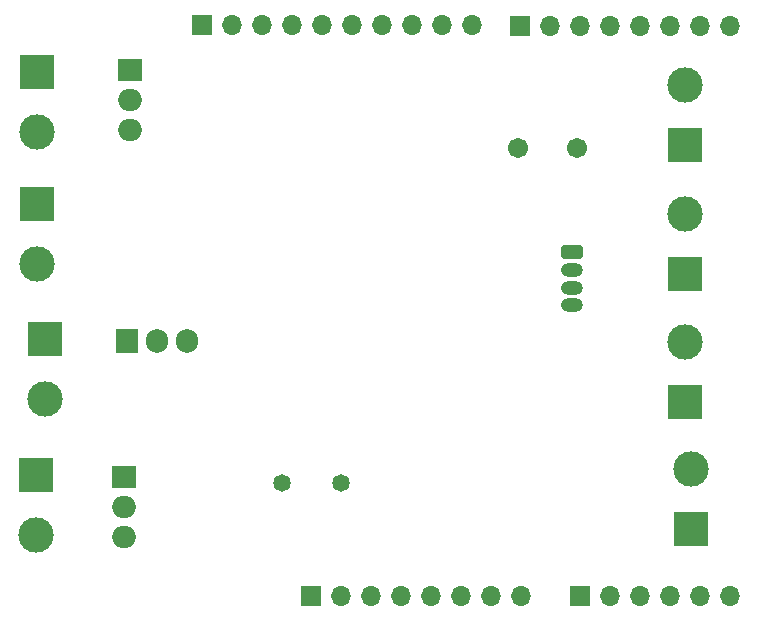
<source format=gbs>
%TF.GenerationSoftware,KiCad,Pcbnew,(6.0.2)*%
%TF.CreationDate,2024-03-28T15:54:17-05:00*%
%TF.ProjectId,Security_Mat,53656375-7269-4747-995f-4d61742e6b69,rev?*%
%TF.SameCoordinates,Original*%
%TF.FileFunction,Soldermask,Bot*%
%TF.FilePolarity,Negative*%
%FSLAX46Y46*%
G04 Gerber Fmt 4.6, Leading zero omitted, Abs format (unit mm)*
G04 Created by KiCad (PCBNEW (6.0.2)) date 2024-03-28 15:54:17*
%MOMM*%
%LPD*%
G01*
G04 APERTURE LIST*
G04 Aperture macros list*
%AMRoundRect*
0 Rectangle with rounded corners*
0 $1 Rounding radius*
0 $2 $3 $4 $5 $6 $7 $8 $9 X,Y pos of 4 corners*
0 Add a 4 corners polygon primitive as box body*
4,1,4,$2,$3,$4,$5,$6,$7,$8,$9,$2,$3,0*
0 Add four circle primitives for the rounded corners*
1,1,$1+$1,$2,$3*
1,1,$1+$1,$4,$5*
1,1,$1+$1,$6,$7*
1,1,$1+$1,$8,$9*
0 Add four rect primitives between the rounded corners*
20,1,$1+$1,$2,$3,$4,$5,0*
20,1,$1+$1,$4,$5,$6,$7,0*
20,1,$1+$1,$6,$7,$8,$9,0*
20,1,$1+$1,$8,$9,$2,$3,0*%
G04 Aperture macros list end*
%ADD10R,1.905000X2.000000*%
%ADD11O,1.905000X2.000000*%
%ADD12R,3.000000X3.000000*%
%ADD13C,3.000000*%
%ADD14R,1.700000X1.700000*%
%ADD15O,1.700000X1.700000*%
%ADD16R,2.000000X1.905000*%
%ADD17O,2.000000X1.905000*%
%ADD18C,1.712000*%
%ADD19RoundRect,0.250000X-0.685000X0.335000X-0.685000X-0.335000X0.685000X-0.335000X0.685000X0.335000X0*%
%ADD20O,1.870000X1.170000*%
%ADD21C,1.484000*%
G04 APERTURE END LIST*
D10*
%TO.C,Q1*%
X120777000Y-89083000D03*
D11*
X123317000Y-89083000D03*
X125857000Y-89083000D03*
%TD*%
D12*
%TO.C,J9*%
X113030000Y-100457000D03*
D13*
X113030000Y-105537000D03*
%TD*%
D14*
%TO.C,J8*%
X153990000Y-62390000D03*
D15*
X156530000Y-62390000D03*
X159070000Y-62390000D03*
X161610000Y-62390000D03*
X164150000Y-62390000D03*
X166690000Y-62390000D03*
X169230000Y-62390000D03*
X171770000Y-62390000D03*
%TD*%
D16*
%TO.C,Q2*%
X120467000Y-100584000D03*
D17*
X120467000Y-103124000D03*
X120467000Y-105664000D03*
%TD*%
D12*
%TO.C,J2*%
X168021000Y-83439000D03*
D13*
X168021000Y-78359000D03*
%TD*%
D12*
%TO.C,J3*%
X168021000Y-94234000D03*
D13*
X168021000Y-89154000D03*
%TD*%
D14*
%TO.C,J7*%
X127100000Y-62350000D03*
D15*
X129640000Y-62350000D03*
X132180000Y-62350000D03*
X134720000Y-62350000D03*
X137260000Y-62350000D03*
X139800000Y-62350000D03*
X142340000Y-62350000D03*
X144880000Y-62350000D03*
X147420000Y-62350000D03*
X149960000Y-62350000D03*
%TD*%
D14*
%TO.C,J5*%
X136300000Y-110700000D03*
D15*
X138840000Y-110700000D03*
X141380000Y-110700000D03*
X143920000Y-110700000D03*
X146460000Y-110700000D03*
X149000000Y-110700000D03*
X151540000Y-110700000D03*
X154080000Y-110700000D03*
%TD*%
D18*
%TO.C,SW1*%
X153837000Y-72771000D03*
X158837000Y-72771000D03*
%TD*%
D16*
%TO.C,Q3*%
X120975000Y-66167000D03*
D17*
X120975000Y-68707000D03*
X120975000Y-71247000D03*
%TD*%
D14*
%TO.C,J6*%
X159070000Y-110650000D03*
D15*
X161610000Y-110650000D03*
X164150000Y-110650000D03*
X166690000Y-110650000D03*
X169230000Y-110650000D03*
X171770000Y-110650000D03*
%TD*%
D12*
%TO.C,J1*%
X168021000Y-72517000D03*
D13*
X168021000Y-67437000D03*
%TD*%
D19*
%TO.C,U1*%
X158438000Y-81570000D03*
D20*
X158438000Y-83070000D03*
X158438000Y-84570000D03*
X158438000Y-86070000D03*
%TD*%
D12*
%TO.C,J10*%
X113157000Y-66294000D03*
D13*
X113157000Y-71374000D03*
%TD*%
D21*
%TO.C,LS1*%
X138898000Y-101092000D03*
X133898000Y-101092000D03*
%TD*%
D12*
%TO.C,J11*%
X113157000Y-77470000D03*
D13*
X113157000Y-82550000D03*
%TD*%
D12*
%TO.C,J4*%
X168529000Y-105029000D03*
D13*
X168529000Y-99949000D03*
%TD*%
D12*
%TO.C,J12*%
X113792000Y-88900000D03*
D13*
X113792000Y-93980000D03*
%TD*%
M02*

</source>
